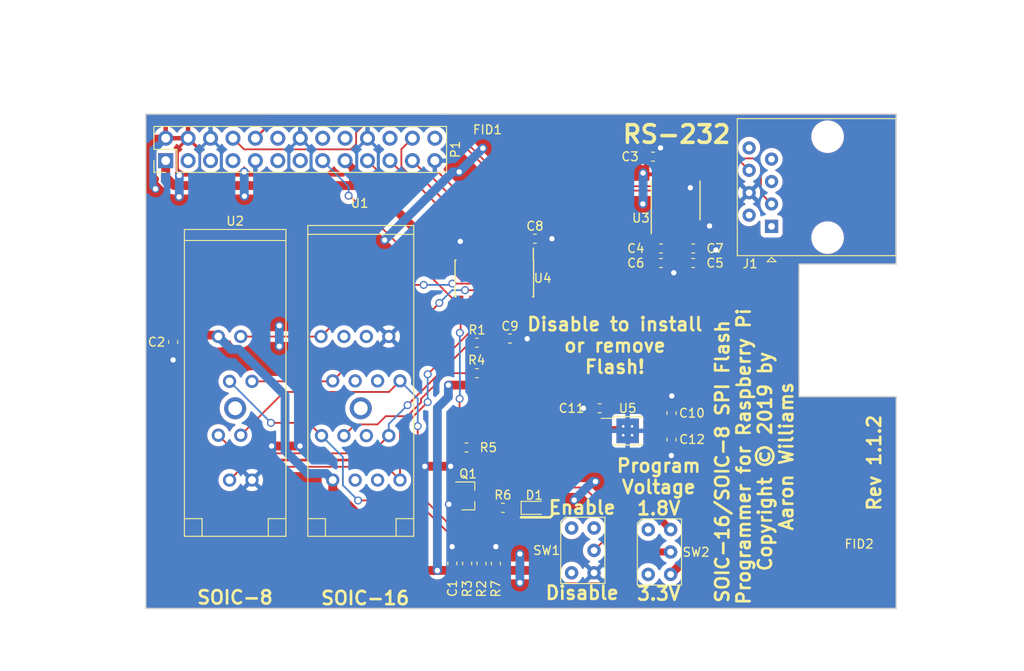
<source format=kicad_pcb>
(kicad_pcb (version 20221018) (generator pcbnew)
  (title_block (title "Raspberry Pi SOIC-16 SPI Flash Programmer") (date "2019-01-25") (rev "1.1.2"))
  (layers (0 "F.Cu" signal) (31 "B.Cu" signal) (35 "F.Paste" user) (36 "B.SilkS" user "B.Silkscreen") (37 "F.SilkS" user "F.Silkscreen") (38 "B.Mask" user) (39 "F.Mask" user) (44 "Edge.Cuts" user))
  (net 0 "")
  (net 1 "+5V")
  (net 2 "GND")
  (net 3 "+3V3")
  (net 4 "/GPIO0(SDA)")
  (net 5 "/GPIO1(SCL)")
  (net 6 "/GPIO4")
  (net 7 "/TXD")
  (net 8 "/RXD")
  (net 9 "/GPIO17")
  (net 10 "/GPIO18")
  (net 11 "/GPIO21")
  (net 12 "/GPIO22")
  (net 13 "/GPIO23")
  (net 14 "/GPIO24")
  (net 15 "/GPIO10(MOSI)")
  (net 16 "/GPIO9(MISO)")
  (net 17 "/GPIO25")
  (net 18 "/GPIO11(SCLK)")
  (net 19 "/GPIO7(CE1)")
  (net 20 "/FL_CS0")
  (net 21 "Net-(R2-Pad2)")
  (net 22 "Net-(R3-Pad2)")
  (net 23 "Net-(R4-Pad2)")
  (net 24 "Net-(U1-Pad4)")
  (net 25 "Net-(U1-Pad5)")
  (net 26 "Net-(U1-Pad6)")
  (net 27 "Net-(U1-Pad11)")
  (net 28 "Net-(U1-Pad12)")
  (net 29 "Net-(U1-Pad13)")
  (net 30 "Net-(U1-Pad14)")
  (net 31 "Net-(C4-Pad1)")
  (net 32 "Net-(C4-Pad2)")
  (net 33 "Net-(C5-Pad2)")
  (net 34 "Net-(C5-Pad1)")
  (net 35 "Net-(C6-Pad1)")
  (net 36 "Net-(C7-Pad1)")
  (net 37 "Net-(J1-Pad1)")
  (net 38 "Net-(J1-Pad2)")
  (net 39 "Net-(J1-Pad3)")
  (net 40 "Net-(J1-Pad5)")
  (net 41 "Net-(J1-Pad6)")
  (net 42 "Net-(J1-Pad7)")
  (net 43 "Net-(J1-Pad8)")
  (net 44 "Net-(U3-Pad7)")
  (net 45 "Net-(U3-Pad9)")
  (net 46 "VPP")
  (net 47 "+1V8")
  (net 48 "/SCLK")
  (net 49 "/MOSI")
  (net 50 "/MISO")
  (net 51 "/GPIO8(CE0)")
  (net 52 "Net-(U4-Pad6)")
  (net 53 "Net-(U4-Pad9)")
  (net 54 "Net-(SW1-Pad1)")
  (net 55 "Net-(D1-Pad1)")
  (net 56 "+3.3VP")
  (net 57 "Net-(U5-Pad3)")
  (net 58 "Net-(U5-Pad6)")
  (net 59 "Net-(Q1-Pad3)")
  (footprint "Connector_PinHeader_2.54mm:PinHeader_2x13_P2.54mm_Vertical" (layer "F.Cu") (at 145.75536 130.27914 90)
    (fp_text reference "P1")
    (fp_text value "CONN_13X2")
  )
  (footprint "Resistor_SMD:R_0603_1608Metric" (layer "F.Cu") (at 179.825 162.775 180)
    (fp_text reference "R5")
    (fp_text value "4.75K")
  )
  (footprint "Package_SO:SOIC-14_3.9x8.7mm_P1.27mm" (layer "F.Cu") (at 182.975 143.625 -90)
    (fp_text reference "U4")
    (fp_text value "TXB0104D")
  )
  (footprint "Capacitor_SMD:C_0603_1608Metric" (layer "F.Cu") (at 187.575 139.125)
    (fp_text reference "C8")
    (fp_text value "0.1uF")
  )
  (footprint "Aaron:SW_STDP_CF-LD-1DC" (layer "F.Cu") (at 193 174.425)
    (fp_text reference "SW1")
    (fp_text value "SW_SPDT")
  )
  (footprint "Aaron:SW_STDP_CF-LD-1DC" (layer "F.Cu") (at 201.675 174.6)
    (fp_text reference "SW2")
    (fp_text value "SW_SPDT")
  )
  (footprint "Capacitor_SMD:C_0603_1608Metric" (layer "F.Cu") (at 203.05 161.875 -90)
    (fp_text reference "C12")
    (fp_text value "4.7uF")
  )
  (footprint "Capacitor_SMD:C_0603_1608Metric" (layer "F.Cu") (at 184.75 150.425)
    (fp_text reference "C9")
    (fp_text value "0.1uF")
  )
  (footprint "Resistor_SMD:R_0603_1608Metric" (layer "F.Cu") (at 183.95 169.6 180)
    (fp_text reference "R6")
    (fp_text value "560")
  )
  (footprint "LED_SMD:LED_0603_1608Metric" (layer "F.Cu") (at 187.5 169.6)
    (fp_text reference "D1")
    (fp_text value "LED")
  )
  (footprint "Capacitor_SMD:C_0603_1608Metric" (layer "F.Cu") (at 203.05 158.875 90)
    (fp_text reference "C10")
    (fp_text value "4.7uF")
  )
  (footprint "Package_SO:MSOP-8-1EP_3x3mm_P0.65mm_EP2.54x2.8mm_ThermalVias" (layer "F.Cu") (at 198.075 160.875)
    (fp_text reference "U5")
    (fp_text value "MIC5355-SGYMME")
  )
  (footprint "Capacitor_SMD:C_0603_1608Metric" (layer "F.Cu") (at 194.9 158.325 180)
    (fp_text reference "C11")
    (fp_text value "4.7uF")
  )
  (footprint "Package_TO_SOT_SMD:SOT-23" (layer "F.Cu") (at 180 168.25)
    (fp_text reference "Q1")
    (fp_text value "BSS138")
  )
  (footprint "Capacitor_SMD:C_0603_1608Metric" (layer "F.Cu") (at 146.6 150.825 -90)
    (fp_text reference "C2")
    (fp_text value "0.1uF")
  )
  (footprint "Aaron:208-7391-55-1902" (layer "F.Cu") (at 153.625 158.325 -90)
    (fp_text reference "U2")
    (fp_text value "AT25SF081-SSHD-X")
  )
  (footprint "Resistor_SMD:R_0603_1608Metric" (layer "F.Cu") (at 181 154.35 180)
    (fp_text reference "R4")
    (fp_text value "4.75K")
  )
  (footprint "Resistor_SMD:R_0603_1608Metric" (layer "F.Cu") (at 179.9 175.9 90)
    (fp_text reference "R3")
    (fp_text value "4.75K")
  )
  (footprint "Aaron:216-7224-55-1902" (layer "F.Cu") (at 167.85 158.325 -90)
    (fp_text reference "U1")
    (fp_text value "MX25L25735")
  )
  (footprint "Resistor_SMD:R_0603_1608Metric" (layer "F.Cu") (at 183.15 175.9 90)
    (fp_text reference "R7")
    (fp_text value "4.75K")
  )
  (footprint "Fiducial:Fiducial_Modern_CopperTop" (layer "F.Cu") (at 186.275 128.6)
    (fp_text reference "FID1")
    (fp_text value "FIDUCIAL_1MM")
  )
  (footprint "Fiducial:Fiducial_Modern_CopperTop" (layer "F.Cu") (at 224.3 177.2)
    (fp_text reference "FID2")
    (fp_text value "FIDUCIAL_1MM")
  )
  (footprint "Capacitor_SMD:C_0603_1608Metric" (layer "F.Cu") (at 178.225 175.9 90)
    (fp_text reference "C1")
    (fp_text value "0.1uF")
  )
  (footprint "Resistor_SMD:R_0603_1608Metric" (layer "F.Cu") (at 181 150.9 180)
    (fp_text reference "R1")
    (fp_text value "4.75K")
  )
  (footprint "Resistor_SMD:R_0603_1608Metric" (layer "F.Cu") (at 181.525 175.9 90)
    (fp_text reference "R2")
    (fp_text value "4.75K")
  )
  (footprint "Package_SO:TSSOP-16_4.4x5mm_P0.65mm" (layer "F.Cu") (at 203.55 134.775 90)
    (fp_text reference "U3")
    (fp_text value "MAX3232")
  )
  (footprint "Connector_RJ:RJ45_Amphenol_54602-x08_Horizontal" (layer "F.Cu") (at 214.375 137.725 90)
    (fp_text reference "J1")
    (fp_text value "RJ45")
  )
  (footprint "Capacitor_SMD:C_0603_1608Metric" (layer "F.Cu") (at 200.95 129.825)
    (fp_text reference "C3")
    (fp_text value "0.1uF")
  )
  (footprint "Capacitor_SMD:C_0603_1608Metric" (layer "F.Cu") (at 201.85 140.225)
    (fp_text reference "C4")
    (fp_text value "0.1uF")
  )
  (footprint "Capacitor_SMD:C_0603_1608Metric" (layer "F.Cu") (at 205.5 141.875)
    (fp_text reference "C5")
    (fp_text value "0.1uF")
  )
  (footprint "Capacitor_SMD:C_0603_1608Metric" (layer "F.Cu") (at 201.85 141.875)
    (fp_text reference "C6")
    (fp_text value "0.1uF")
  )
  (footprint "Capacitor_SMD:C_0603_1608Metric" (layer "F.Cu") (at 205.5 140.225)
    (fp_text reference "C7")
    (fp_text value "0.1uF")
  )
  (gr_line (start 186 170.675) (end 189.3 170.675) (stroke (width 0.3)) (layer "F.SilkS"))
  (gr_line (start 189.3 170.675) (end 189.575 170.4) (stroke (width 0.3)) (layer "F.SilkS"))
  (gr_line (start 143.5 125) (end 143.5 181) (stroke (width 0.15)) (layer "Edge.Cuts"))
  (gr_line (start 217.5 142) (end 228.5 142) (stroke (width 0.15)) (layer "Edge.Cuts"))
  (gr_line (start 228.5 125) (end 143.5 125) (stroke (width 0.15)) (layer "Edge.Cuts"))
  (gr_line (start 228.5 157) (end 217.5 157) (stroke (width 0.15)) (layer "Edge.Cuts"))
  (gr_line (start 228.5 142) (end 228.5 125) (stroke (width 0.15)) (layer "Edge.Cuts"))
  (gr_line (start 228.5 181) (end 228.5 157) (stroke (width 0.15)) (layer "Edge.Cuts"))
  (gr_line (start 143.5 181) (end 228.5 181) (stroke (width 0.15)) (layer "Edge.Cuts"))
  (gr_line (start 217.5 157) (end 217.5 142) (stroke (width 0.15)) (layer "Edge.Cuts"))
  (gr_text "Disable to install\nor remove\nFlash!" (at 196.625 151.225) (layer "F.SilkS") (effects (font (size 1.5 1.5) (thickness 0.3))))
  (gr_text "RS-232" (at 203.625 127.3) (layer "F.SilkS") (effects (font (size 2 2) (thickness 0.4))))
  (gr_text "Program\nVoltage\n1.8V\n\n\n\n3.3V" (at 201.6 172.075) (layer "F.SilkS") (effects (font (size 1.5 1.5) (thickness 0.3))))
  (gr_text "SOIC-16" (at 168.35 179.825) (layer "F.SilkS") (effects (font (size 1.5 1.5) (thickness 0.3))))
  (gr_text "SOIC-16/SOIC-8 SPI Flash \nProgrammer for Raspberry Pi\nCopyright © 2019 by \nAaron Williams" (at 212.425 163.775 90) (layer "F.SilkS") (effects (font (size 1.5 1.5) (thickness 0.3))))
  (gr_text "Enable\n\n\n\nDisable" (at 192.925 174.4) (layer "F.SilkS") (effects (font (size 1.5 1.5) (thickness 0.3))))
  (gr_text "Rev 1.1.2" (at 226 164.5 90) (layer "F.SilkS") (effects (font (size 1.5 1.5) (thickness 0.3))))
  (gr_text "SOIC-8" (at 153.6 179.75) (layer "F.SilkS") (effects (font (size 1.5 1.5) (thickness 0.3))))
  (segment (start 144.305359 127.98706) (end 144.305359 132.080359) (width 0.8) (layer "F.Cu") (net 1))
  (segment (start 147.070359 128.964141) (end 147.070359 131.720359) (width 0.35) (layer "F.Cu") (net 1))
  (segment (start 201.275 131.825) (end 201.275 130.9375) (width 0.4) (layer "F.Cu") (net 1))
  (segment (start 148.29536 127.73914) (end 149.610359 129.054139) (width 0.35) (layer "F.Cu") (net 1))
  (segment (start 149.610359 129.054139) (end 149.625 131.725) (width 0.3) (layer "F.Cu") (net 1))
  (segment (start 144.305359 132.080359) (end 144.6 132.375) (width 0.8) (layer "F.Cu") (net 1))
  (segment (start 145.75536 127.73914) (end 144.553279 127.73914) (width 0.8) (layer "F.Cu") (net 1))
  (segment (start 144.553279 127.73914) (end 144.305359 127.98706) (width 0.8) (layer "F.Cu") (net 1))
  (segment (start 148.29536 127.73914) (end 147.070359 128.964141) (width 0.35) (layer "F.Cu") (net 1))
  (segment (start 201.275 130.9375) (end 200.1625 129.825) (width 0.4) (layer "F.Cu") (net 1))
  (segment (start 147.070359 131.720359) (end 147.3 131.95) (width 0.35) (layer "F.Cu") (net 1))
  (via (at 154.65 131.55) (size 0.9) (drill 0.6) (layers "F.Cu" "B.Cu") (net 1))
  (via (at 170.554063 139.274738) (size 0.9) (drill 0.6) (layers "F.Cu" "B.Cu") (net 1))
  (via (at 185.875 178.075) (size 0.9) (drill 0.6) (layers "F.Cu" "B.Cu") (net 1))
  (via (at 147.275 134.375) (size 0.9) (drill 0.6) (layers "F.Cu" "B.Cu") (net 1))
  (via (at 199.8 135.175) (size 0.9) (drill 0.6) (layers "F.Cu" "B.Cu") (net 1))
  (via (at 147.3 131.95) (size 0.9) (drill 0.6) (layers "F.Cu" "B.Cu") (net 1))
  (via (at 194.425 166.625) (size 0.9) (drill 0.6) (layers "F.Cu" "B.Cu") (net 1))
  (via (at 179 131.55) (size 0.9) (drill 0.6) (layers "F.Cu" "B.Cu") (net 1))
  (via (at 144.6 133.475) (size 0.9) (drill 0.6) (layers "F.Cu" "B.Cu") (net 1))
  (via (at 158.625 151.3) (size 0.9) (drill 0.6) (layers "F.Cu" "B.Cu") (net 1))
  (via (at 192.025 168.725) (size 0.9) (drill 0.6) (layers "F.Cu" "B.Cu") (net 1))
  (via (at 154.675 134.3) (size 0.9) (drill 0.6) (layers "F.Cu" "B.Cu") (net 1))
  (via (at 185.875 174.825) (size 0.9) (drill 0.6) (layers "F.Cu" "B.Cu") (net 1))
  (via (at 158.624998 148.975) (size 0.9) (drill 0.6) (layers "F.Cu" "B.Cu") (net 1))
  (via (at 199.825 131.675) (size 0.9) (drill 0.6) (layers "F.Cu" "B.Cu") (net 1))
  (via (at 181.675 128.875) (size 0.9) (drill 0.6) (layers "F.Cu" "B.Cu") (net 1))
  (segment (start 144.760861 128.589139) (end 144.305359 129.044641) (width 0.8) (layer "B.Cu") (net 1))
  (segment (start 154.65 131.55) (end 154.65 134.275) (width 1) (layer "B.Cu") (net 1))
  (segment (start 154.65 134.275) (end 154.675 134.3) (width 1) (layer "B.Cu") (net 1))
  (segment (start 194.125 166.625) (end 192.025 168.725) (width 1) (layer "B.Cu") (net 1))
  (segment (start 144.305359 133.180359) (end 144.6 133.475) (width 0.8) (layer "B.Cu") (net 1))
  (segment (start 179 131.55) (end 181.675 128.875) (width 1) (layer "B.Cu") (net 1))
  (segment (start 199.825 135.15) (end 199.8 135.175) (width 1) (layer "B.Cu") (net 1))
  (segment (start 144.905361 128.589139) (end 144.760861 128.589139) (width 0.8) (layer "B.Cu") (net 1))
  (segment (start 185.875 174.825) (end 185.875 178.075) (width 1) (layer "B.Cu") (net 1))
  (segment (start 147.3 134.35) (end 147.275 134.375) (width 1) (layer "B.Cu") (net 1))
  (segment (start 158.624998 148.975) (end 158.624998 151.299998) (width 1) (layer "B.Cu") (net 1))
  (segment (start 171.004062 138.824739) (end 170.554063 139.274738) (width 1) (layer "B.Cu") (net 1))
  (segment (start 158.624998 151.299998) (end 158.625 151.3) (width 1) (layer "B.Cu") (net 1))
  (segment (start 144.305359 129.044641) (end 144.305359 133.180359) (width 0.8) (layer "B.Cu") (net 1))
  (segment (start 194.425 166.625) (end 194.125 166.625) (width 1) (layer "B.Cu") (net 1))
  (segment (start 147.3 131.95) (end 147.3 134.35) (width 1) (layer "B.Cu") (net 1))
  (segment (start 145.75536 127.73914) (end 144.905361 128.589139) (width 0.8) (layer "B.Cu") (net 1))
  (segment (start 178.278801 131.55) (end 171.004062 138.824739) (width 1) (layer "B.Cu") (net 1))
  (segment (start 199.825 131.675) (end 199.825 135.15) (width 1) (layer "B.Cu") (net 1))
  (segment (start 179 131.55) (end 178.278801 131.55) (width 1) (layer "B.Cu") (net 1))
  (segment (start 208.075 140.4) (end 208.075 140.4) (width 0.5) (layer "F.Cu") (net 2))
  (segment (start 208.075 140.4) (end 206.4625 140.4) (width 0.5) (layer "F.Cu") (net 2))
  (segment (start 195.675 160.55) (end 194.645 160.55) (width 0.4) (layer "F.Cu") (net 2))
  (segment (start 195.675 160.55) (end 197.75 160.55) (width 0.4) (layer "F.Cu") (net 2))
  (segment (start 197.75 160.55) (end 198.075 160.875) (width 0.4) (layer "F.Cu") (net 2))
  (segment (start 205.175 131.825) (end 205.175 133.35) (width 0.2) (layer "F.Cu") (net 2))
  (segment (start 207.3 137.725) (end 207.35 137.675) (width 0.25) (layer "F.Cu") (net 2))
  (segment (start 205.825 139.7625) (end 206.2875 140.225) (width 0.2) (layer "F.Cu") (net 2))
  (segment (start 205.825 137.725) (end 205.825 139.7625) (width 0.2) (layer "F.Cu") (net 2))
  (segment (start 185.525 150.425) (end 186.675 150.425) (width 1) (layer "F.Cu") (net 2))
  (segment (start 203.05 162.6625) (end 203.05 163.65) (width 0.5) (layer "F.Cu") (net 2))
  (segment (start 202.6 141.875) (end 202.6 142.275) (width 0.2) (layer "F.Cu") (net 2))
  (segment (start 201.925 131.825) (end 201.925 130.05) (width 0.25) (layer "F.Cu") (net 2))
  (segment (start 203.05 156.95) (end 203.075 156.925) (width 0.5) (layer "F.Cu") (net 2))
  (segment (start 186.675 150.425) (end 186.7 150.45) (width 1) (layer "F.Cu") (net 2))
  (segment (start 178.225 174.025) (end 178.2 174) (width 1) (layer "F.Cu") (net 2))
  (segment (start 201.7 129.825) (end 201.7 128.932061) (width 0.25) (layer "F.Cu") (net 2))
  (segment (start 205.9 137.8) (end 205.825 137.725) (width 0.25) (layer "F.Cu") (net 2))
  (segment (start 201.7 128.932061) (end 201.79999 128.832071) (width 0.25) (layer "F.Cu") (net 2))
  (segment (start 179 169.2) (end 177.825 169.2) (width 0.5) (layer "F.Cu") (net 2))
  (segment (start 160.975 162.6) (end 157.75 162.6) (width 1) (layer "F.Cu") (net 2))
  (segment (start 202.6 142.275) (end 203.3 142.975) (width 0.2) (layer "F.Cu") (net 2))
  (segment (start 194.1125 160.0175) (end 194.1125 158.325) (width 0.4) (layer "F.Cu") (net 2))
  (segment (start 188.3625 139.125) (end 189.5 139.125) (width 1) (layer "F.Cu") (net 2))
  (segment (start 194.1125 158.325) (end 193.075 158.325) (width 0.5) (layer "F.Cu") (net 2))
  (segment (start 178.225 175.0875) (end 178.225 174.025) (width 1) (layer "F.Cu") (net 2))
  (segment (start 205.825 137.725) (end 207.3 137.725) (width 0.25) (layer "F.Cu") (net 2))
  (segment (start 183.15 175.1125) (end 183.15 174) (width 1) (layer "F.Cu") (net 2))
  (segment (start 206.4625 140.4) (end 206.2875 140.225) (width 0.5) (layer "F.Cu") (net 2))
  (segment (start 203.05 158.0875) (end 203.05 156.95) (width 0.5) (layer "F.Cu") (net 2))
  (segment (start 201.925 130.05) (end 201.7 129.825) (width 0.25) (layer "F.Cu") (net 2))
  (segment (start 179.165 140.925) (end 179.165 139.465) (width 0.4) (layer "F.Cu") (net 2))
  (segment (start 175.1 164.9) (end 178.025 164.9) (width 1) (layer "F.Cu") (net 2))
  (segment (start 146.6 151.6125) (end 146.6 152.85) (width 1) (layer "F.Cu") (net 2))
  (segment (start 194.645 160.55) (end 194.1125 160.0175) (width 0.4) (layer "F.Cu") (net 2))
  (segment (start 203.05 163.65) (end 203.025 163.675) (width 0.5) (layer "F.Cu") (net 2))
  (segment (start 179.165 139.465) (end 179.125 139.425) (width 0.4) (layer "F.Cu") (net 2))
  (via (at 189.5 139.125) (size 0.9) (drill 0.6) (layers "F.Cu" "B.Cu") (net 2))
  (via (at 203.075 156.925) (size 0.9) (drill 0.6) (layers "F.Cu" "B.Cu") (net 2))
  (via (at 178.2 174) (size 0.9) (drill 0.6) (layers "F.Cu" "B.Cu") (net 2))
  (via (at 178.025 164.9) (size 0.9) (drill 0.6) (layers "F.Cu" "B.Cu") (net 2))
  (via (at 208.075 140.4) (size 0.9) (drill 0.6) (layers "F.Cu" "B.Cu") (net 2))
  (via (at 186.7 150.45) (size 0.9) (drill 0.6) (layers "F.Cu" "B.Cu") (net 2))
  (via (at 183.15 174) (size 0.9) (drill 0.6) (layers "F.Cu" "B.Cu") (net 2))
  (via (at 205.175 133.35) (size 0.9) (drill 0.6) (layers "F.Cu" "B.Cu") (net 2))
  (via (at 146.6 152.85) (size 0.9) (drill 0.6) (layers "F.Cu" "B.Cu") (net 2))
  (via (at 193.075 158.325) (size 0.9) (drill 0.6) (layers "F.Cu" "B.Cu") (net 2))
  (via (at 203.025 163.675) (size 0.9) (drill 0.6) (layers "F.Cu" "B.Cu") (net 2))
  (via (at 179.125 139.425) (size 0.9) (drill 0.6) (layers "F.Cu" "B.Cu") (net 2))
  (via (at 157.75 162.6) (size 0.9) (drill 0.6) (layers "F.Cu" "B.Cu") (net 2))
  (via (at 175.1 164.9) (size 0.9) (drill 0.6) (layers "F.Cu" "B.Cu") (net 2))
  (via (at 160.975 162.6) (size 0.9) (drill 0.6) (layers "F.Cu" "B.Cu") (net 2))
  (via (at 207.35 137.675) (size 0.9) (drill 0.6) (layers "F.Cu" "B.Cu") (net 2))
  (via (at 201.79999 128.832071) (size 0.9) (drill 0.6) (layers "F.Cu" "B.Cu") (net 2))
  (via (at 177.825 169.2) (size 0.9) (drill 0.6) (layers "F.Cu" "B.Cu") (net 2))
  (via (at 203.3 142.975) (size 0.9) (drill 0.6) (layers "F.Cu" "B.Cu") (net 2))
  (segment (start 162.220361 128.964141) (end 162.220361 131.704639) (width 0.35) (layer "B.Cu") (net 2))
  (segment (start 150.83536 127.73914) (end 149.610359 128.964141) (width 0.35) (layer "B.Cu") (net 2))
  (segment (start 152.060361 128.964141) (end 152.060361 131.939639) (width 0.35) (layer "B.Cu") (net 2))
  (segment (start 149.610359 128.964141) (end 149.610359 131.939641) (width 0.3) (layer "B.Cu") (net 2))
  (segment (start 159.7 129.0345) (end 159.7 131.55) (width 0.35) (layer "B.Cu") (net 2))
  (segment (start 167.390359 128.964141) (end 167.390359 131.640359) (width 0.35) (layer "B.Cu") (net 2))
  (segment (start 150.83536 127.73914) (end 152.060361 128.964141) (width 0.35) (layer "B.Cu") (net 2))
  (segment (start 169.840361 128.964141) (end 169.840361 131.615361) (width 0.35) (layer "B.Cu") (net 2))
  (segment (start 168.61536 127.73914) (end 167.390359 128.964141) (width 0.35) (layer "B.Cu") (net 2))
  (segment (start 168.61536 127.73914) (end 169.840361 128.964141) (width 0.35) (layer "B.Cu") (net 2))
  (segment (start 160.99536 127.73914) (end 162.220361 128.964141) (width 0.35) (layer "B.Cu") (net 2))
  (segment (start 160.99536 127.73914) (end 159.7 129.0345) (width 0.35) (layer "B.Cu") (net 2))
  (segment (start 145.75536 132.12914) (end 146.726222 133.100002) (width 1) (layer "F.Cu") (net 3))
  (segment (start 186.015488 143.405488) (end 186.035 143.425) (width 1) (layer "F.Cu") (net 3))
  (segment (start 179.382492 143.405488) (end 186.015488 143.405488) (width 1) (layer "F.Cu") (net 3))
  (segment (start 146.726222 133.100002) (end 166.95 133.100002) (width 1) (layer "F.Cu") (net 3))
  (segment (start 166.95 133.100002) (end 169.077006 133.100002) (width 1) (layer "F.Cu") (net 3))
  (segment (start 186.785 140.925) (end 186.785 139.1275) (width 1) (layer "F.Cu") (net 3))
  (segment (start 186.035 143.425) (end 187.525 143.425) (width 1) (layer "F.Cu") (net 3))
  (segment (start 169.077006 133.100002) (end 179.382492 143.405488) (width 1) (layer "F.Cu") (net 3))
  (segment (start 189.25 145.15) (end 189.25 154.1375) (width 1) (layer "F.Cu") (net 3))
  (segment (start 166.925359 133.075361) (end 166.95 133.100002) (width 0.8) (layer "F.Cu") (net 3))
  (segment (start 189.25 154.1375) (end 180.6125 162.775) (width 1) (layer "F.Cu") (net 3))
  (segment (start 166.925359 131.129139) (end 166.925359 133.075361) (width 0.8) (layer "F.Cu") (net 3))
  (segment (start 186.035 143.425) (end 186.785 142.675) (width 1) (layer "F.Cu") (net 3))
  (segment (start 186.785 139.1275) (end 186.7875 139.125) (width 1) (layer "F.Cu") (net 3))
  (segment (start 145.75536 130.27914) (end 145.75536 132.12914) (width 1) (layer "F.Cu") (net 3))
  (segment (start 166.07536 130.27914) (end 166.925359 131.129139) (width 0.8) (layer "F.Cu") (net 3))
  (segment (start 186.785 142.675) (end 186.785 140.925) (width 1) (layer "F.Cu") (net 3))
  (segment (start 187.525 143.425) (end 189.25 145.15) (width 1) (layer "F.Cu") (net 3))
  (segment (start 168.05 126.375) (end 177.3 126.375) (width 0.2) (layer "F.Cu") (net 7))
  (segment (start 154.63622 129) (end 166.725 129) (width 0.2) (layer "F.Cu") (net 7))
  (segment (start 204.525 132.775) (end 204.525 131.825) (width 0.2) (layer "F.Cu") (net 7))
  (segment (start 203.625 133.675) (end 204.525 132.775) (width 0.2) (layer "F.Cu") (net 7))
  (segment (start 177.3 126.375) (end 184.6 133.675) (width 0.2) (layer "F.Cu") (net 7))
  (segment (start 184.6 133.675) (end 203.625 133.675) (width 0.2) (layer "F.Cu") (net 7))
  (segment (start 166.725 129) (end 167.325 128.4) (width 0.2) (layer "F.Cu") (net 7))
  (segment (start 153.37536 127.73914) (end 154.63622 129) (width 0.2) (layer "F.Cu") (net 7))
  (segment (start 167.325 128.4) (end 167.325 127.1) (width 0.2) (layer "F.Cu") (net 7))
  (segment (start 167.325 127.1) (end 168.05 126.375) (width 0.2) (layer "F.Cu") (net 7))
  (segment (start 156.765359 126.889141) (end 155.91536 127.73914) (width 0.25) (layer "F.Cu") (net 8))
  (segment (start 203.875 132.775) (end 203.475011 133.174989) (width 0.2) (layer "F.Cu") (net 8))
  (segment (start 184.7614 133.174989) (end 178.300011 126.7136) (width 0.2) (layer "F.Cu") (net 8))
  (segment (start 203.875 131.825) (end 203.875 132.775) (width 0.2) (layer "F.Cu") (net 8))
  (segment (start 157.804511 125.849989) (end 156.765359 126.889141) (width 0.25) (layer "F.Cu") (net 8))
  (segment (start 177.4364 125.849989) (end 157.804511 125.849989) (width 0.25) (layer "F.Cu") (net 8))
  (segment (start 178.300011 126.7136) (end 177.4364 125.849989) (width 0.25) (layer "F.Cu") (net 8))
  (segment (start 203.475011 133.174989) (end 184.7614 133.174989) (width 0.2) (layer "F.Cu") (net 8))
  (segment (start 196.6 170.75) (end 193.15 167.3) (width 0.2) (layer "F.Cu") (net 12))
  (segment (start 199.175 166.05) (end 199.2 166.05) (width 0.2) (layer "F.Cu") (net 12))
  (segment (start 199.2 166.05) (end 200.475 164.775) (width 0.2) (layer "F.Cu") (net 12))
  (segment (start 179.165 146.325) (end 179.165 149.678184) (width 0.2) (layer "F.Cu") (net 12))
  (segment (start 196.6 168.65) (end 196.6 170.75) (width 0.2) (layer "F.Cu") (net 12))
  (segment (start 195.675 162.55) (end 199.175 166.05) (width 0.2) (layer "F.Cu") (net 12))
  (segment (start 179.0375 162.775) (end 179.0375 157.262502) (width 0.2) (layer "F.Cu") (net 12))
  (segment (start 196.6 170.75) (end 196.6 172.095) (width 0.2) (layer "F.Cu") (net 12))
  (segment (start 179.15 149.693184) (end 179.071592 149.771592) (width 0.2) (layer "F.Cu") (net 12))
  (segment (start 196.6 172.095) (end 194.27 174.425) (width 0.2) (layer "F.Cu") (net 12))
  (segment (start 200.475 164.775) (end 200.475 162.55) (width 0.2) (layer "F.Cu") (net 12))
  (segment (start 200.475 162.55) (end 200.475 161.85) (width 0.2) (layer "F.Cu") (net 12))
  (segment (start 178.665 146.325) (end 166.590012 134.250012) (width 0.2) (layer "F.Cu") (net 12))
  (segment (start 179.95 167.3) (end 179 167.3) (width 0.2) (layer "F.Cu") (net 12))
  (segment (start 193.15 167.3) (end 179.95 167.3) (width 0.2) (layer "F.Cu") (net 12))
  (segment (start 179 162.8125) (end 179.0375 162.775) (width 0.2) (layer "F.Cu") (net 12))
  (segment (start 179.165 146.325) (end 178.665 146.325) (width 0.2) (layer "F.Cu") (net 12))
  (segment (start 179 167.3) (end 179 162.8125) (width 0.2) (layer "F.Cu") (net 12))
  (segment (start 179.165 149.678184) (end 179.15 149.693184) (width 0.2) (layer "F.Cu") (net 12))
  (segment (start 199.2 166.05) (end 196.6 168.65) (width 0.2) (layer "F.Cu") (net 12))
  (segment (start 195.675 161.85) (end 195.675 162.55) (width 0.2) (layer "F.Cu") (net 12))
  (segment (start 166.590012 134.250012) (end 166.475 134.250012) (width 0.2) (layer "F.Cu") (net 12))
  (segment (start 179.0375 157.262502) (end 179.050002 157.25) (width 0.2) (layer "F.Cu") (net 12))
  (via (at 166.475 134.250012) (size 0.9) (drill 0.6) (layers "F.Cu" "B.Cu") (net 12))
  (via (at 179.050002 157.25) (size 0.9) (drill 0.6) (layers "F.Cu" "B.Cu") (net 12))
  (via (at 179.071592 149.771592) (size 0.9) (drill 0.6) (layers "F.Cu" "B.Cu") (net 12))
  (segment (start 179.071592 157.22841) (end 179.050002 157.25) (width 0.2) (layer "B.Cu") (net 12))
  (segment (start 163.53536 130.27914) (end 166.475 133.21878) (width 0.2) (layer "B.Cu") (net 12))
  (segment (start 166.475 133.613616) (end 166.475 134.250012) (width 0.2) (layer "B.Cu") (net 12))
  (segment (start 166.475 133.21878) (end 166.475 133.613616) (width 0.2) (layer "B.Cu") (net 12))
  (segment (start 179.071592 149.771592) (end 179.071592 157.22841) (width 0.2) (layer "B.Cu") (net 12))
  (segment (start 174.08 132.85) (end 171.18622 132.85) (width 0.2) (layer "F.Cu") (net 15))
  (segment (start 181.705 140.475) (end 174.08 132.85) (width 0.2) (layer "F.Cu") (net 15))
  (segment (start 171.18622 132.85) (end 168.61536 130.27914) (width 0.2) (layer "F.Cu") (net 15))
  (segment (start 181.705 140.925) (end 181.705 140.475) (width 0.2) (layer "F.Cu") (net 15))
  (segment (start 172.005359 131.129139) (end 171.15536 130.27914) (width 0.2) (layer "F.Cu") (net 16))
  (segment (start 173.301242 132.425022) (end 172.005359 131.129139) (width 0.2) (layer "F.Cu") (net 16))
  (segment (start 182.975 140.925) (end 182.975 140.475) (width 0.2) (layer "F.Cu") (net 16))
  (segment (start 182.975 140.475) (end 174.925022 132.425022) (width 0.2) (layer "F.Cu") (net 16))
  (segment (start 174.925022 132.425022) (end 173.301242 132.425022) (width 0.2) (layer "F.Cu") (net 16))
  (segment (start 174.545359 131.129139) (end 173.69536 130.27914) (width 0.2) (layer "F.Cu") (net 18))
  (segment (start 185.515 140.925) (end 185.515 140.475) (width 0.2) (layer "F.Cu") (net 18))
  (segment (start 175.04122 131.625) (end 174.545359 131.129139) (width 0.2) (layer "F.Cu") (net 18))
  (segment (start 176.665 131.625) (end 175.04122 131.625) (width 0.2) (layer "F.Cu") (net 18))
  (segment (start 185.515 140.475) (end 176.665 131.625) (width 0.2) (layer "F.Cu") (net 18))
  (segment (start 184.245 147.275) (end 184.25 147.28) (width 0.2) (layer "F.Cu") (net 20))
  (segment (start 180.2125 150.9) (end 173.654662 157.457838) (width 0.2) (layer "F.Cu") (net 20))
  (segment (start 184.25 147.28) (end 184.25 148.25) (width 0.2) (layer "F.Cu") (net 20))
  (segment (start 184.245 146.325) (end 184.245 147.275) (width 0.2) (layer "F.Cu") (net 20))
  (segment (start 173.654662 157.457838) (end 173.654662 157.470338) (width 0.2) (layer "F.Cu") (net 20))
  (segment (start 182.8 149.7) (end 181.4125 149.7) (width 0.2) (layer "F.Cu") (net 20))
  (segment (start 181.4125 149.7) (end 180.2125 150.9) (width 0.2) (layer "F.Cu") (net 20))
  (segment (start 184.25 148.25) (end 182.8 149.7) (width 0.2) (layer "F.Cu") (net 20))
  (segment (start 169.02 163.43) (end 153.775 163.43) (width 0.2) (layer "F.Cu") (net 20))
  (segment (start 173.654662 157.470338) (end 173.15 157.975) (width 0.2) (layer "F.Cu") (net 20))
  (segment (start 171.025 161.425) (end 169.02 163.43) (width 0.2) (layer "F.Cu") (net 20))
  (segment (start 151.72 161.375) (end 153.775 163.43) (width 0.2) (layer "F.Cu") (net 20))
  (via (at 173.15 157.975) (size 0.9) (drill 0.6) (layers "F.Cu" "B.Cu") (net 20))
  (segment (start 173.15 157.975) (end 171.025 160.1) (width 0.2) (layer "B.Cu") (net 20))
  (segment (start 171.025 160.1) (end 171.025 161.425) (width 0.2) (layer "B.Cu") (net 20))
  (segment (start 171.045 156.475) (end 171.545001 155.974999) (width 0.2) (layer "F.Cu") (net 21))
  (segment (start 174.3 167.8875) (end 174.3 160.986396) (width 0.2) (layer "F.Cu") (net 21))
  (segment (start 154.26 161.375) (end 159.16 156.475) (width 0.2) (layer "F.Cu") (net 21))
  (segment (start 181.525 175.1125) (end 174.3 167.8875) (width 0.2) (layer "F.Cu") (net 21))
  (segment (start 171.545001 155.974999) (end 172.295 155.225) (width 0.2) (layer "F.Cu") (net 21))
  (segment (start 159.16 156.475) (end 171.045 156.475) (width 0.2) (layer "F.Cu") (net 21))
  (segment (start 174.3 160.986396) (end 174.3 160.35) (width 0.2) (layer "F.Cu") (net 21))
  (via (at 174.3 160.35) (size 0.9) (drill 0.6) (layers "F.Cu" "B.Cu") (net 21))
  (segment (start 172.295 155.225) (end 174.3 157.23) (width 0.2) (layer "B.Cu") (net 21))
  (segment (start 174.3 157.23) (end 174.3 159.713604) (width 0.2) (layer "B.Cu") (net 21))
  (segment (start 174.3 159.713604) (end 174.3 160.35) (width 0.2) (layer "B.Cu") (net 21))
  (segment (start 179.9 174.568614) (end 174.096201 168.764815) (width 0.2) (layer "F.Cu") (net 22))
  (segment (start 179.9 175.1125) (end 179.9 174.568614) (width 0.2) (layer "F.Cu") (net 22))
  (segment (start 157.675 159.975) (end 161.955 159.975) (width 0.2) (layer "F.Cu") (net 22))
  (segment (start 161.955 159.975) (end 163.405 161.425) (width 0.2) (layer "F.Cu") (net 22))
  (segment (start 174.096201 168.764815) (end 168.186912 168.764815) (width 0.2) (layer "F.Cu") (net 22))
  (segment (start 168.186912 168.764815) (end 167.550516 168.764815) (width 0.2) (layer "F.Cu") (net 22))
  (via (at 167.550516 168.764815) (size 0.9) (drill 0.6) (layers "F.Cu" "B.Cu") (net 22))
  (via (at 157.675 159.975) (size 0.9) (drill 0.6) (layers "F.Cu" "B.Cu") (net 22))
  (segment (start 157.675 159.96) (end 157.675 159.975) (width 0.2) (layer "B.Cu") (net 22))
  (segment (start 165.825 163.845) (end 165.825 167.039299) (width 0.2) (layer "B.Cu") (net 22))
  (segment (start 165.825 167.039299) (end 167.100517 168.314816) (width 0.2) (layer "B.Cu") (net 22))
  (segment (start 152.99 155.275) (end 157.675 159.96) (width 0.2) (layer "B.Cu") (net 22))
  (segment (start 167.100517 168.314816) (end 167.550516 168.764815) (width 0.2) (layer "B.Cu") (net 22))
  (segment (start 163.405 161.425) (end 165.825 163.845) (width 0.2) (layer "B.Cu") (net 22))
  (segment (start 174.674998 157.658699) (end 173.111396 159.222301) (width 0.2) (layer "F.Cu") (net 23))
  (segment (start 170.677699 159.222301) (end 169.746268 160.153732) (width 0.2) (layer "F.Cu") (net 23))
  (segment (start 177.589996 154.35) (end 174.674998 157.264998) (width 0.2) (layer "F.Cu") (net 23))
  (segment (start 174.674998 157.264998) (end 174.674998 157.658699) (width 0.2) (layer "F.Cu") (net 23))
  (segment (start 173.111396 159.222301) (end 170.677699 159.222301) (width 0.2) (layer "F.Cu") (net 23))
  (segment (start 169.746268 160.153732) (end 167.216268 160.153732) (width 0.2) (layer "F.Cu") (net 23))
  (segment (start 167.216268 160.153732) (end 165.945 161.425) (width 0.2) (layer "F.Cu") (net 23))
  (segment (start 180.2125 154.35) (end 179.675 154.35) (width 0.2) (layer "F.Cu") (net 23))
  (segment (start 179.675 154.35) (end 179.65 154.375) (width 0.2) (layer "F.Cu") (net 23))
  (segment (start 180.2125 154.35) (end 177.589996 154.35) (width 0.2) (layer "F.Cu") (net 23))
  (segment (start 167.299999 166.824999) (end 166.85 166.375) (width 0.2) (layer "F.Cu") (net 24))
  (segment (start 201.1 137.9) (end 201.275 137.725) (width 0.25) (layer "F.Cu") (net 31))
  (segment (start 201.1 140.225) (end 201.1 137.9) (width 0.25) (layer "F.Cu") (net 31))
  (segment (start 202.6 140.225) (end 202.6 137.75) (width 0.25) (layer "F.Cu") (net 32))
  (segment (start 202.6 137.75) (end 202.575 137.725) (width 0.25) (layer "F.Cu") (net 32))
  (segment (start 203.950011 138.750011) (end 203.950011 140.671151) (width 0.2) (layer "F.Cu") (net 33))
  (segment (start 203.875 138.675) (end 203.950011 138.750011) (width 0.2) (layer "F.Cu") (net 33))
  (segment (start 203.875 137.725) (end 203.875 138.675) (width 0.2) (layer "F.Cu") (net 33))
  (segment (start 206.25 141.875) (end 206.225 141.875) (width 0.2) (layer "F.Cu") (net 33))
  (segment (start 205.825888 141.413388) (end 206.2875 141.875) (width 0.2) (layer "F.Cu") (net 33))
  (segment (start 204.37885 141.09999) (end 205.51249 141.09999) (width 0.2) (layer "F.Cu") (net 33))
  (segment (start 203.950011 140.671151) (end 204.37885 141.09999) (width 0.2) (layer "F.Cu") (net 33))
  (segment (start 205.51249 141.09999) (end 205.825888 141.413388) (width 0.2) (layer "F.Cu") (net 33))
  (segment (start 204.175 141.875) (end 203.55 141.25) (width 0.2) (layer "F.Cu") (net 34))
  (segment (start 203.225 138.675) (end 203.225 137.725) (width 0.2) (layer "F.Cu") (net 34))
  (segment (start 203.55 141.25) (end 203.55 139) (width 0.2) (layer "F.Cu") (net 34))
  (segment (start 204.6 141.875) (end 204.575 141.875) (width 0.2) (layer "F.Cu") (net 34))
  (segment (start 204.7125 141.875) (end 204.175 141.875) (width 0.2) (layer "F.Cu") (net 34))
  (segment (start 203.55 139) (end 203.225 138.675) (width 0.2) (layer "F.Cu") (net 34))
  (segment (start 201.825001 141.174999) (end 201.125 141.875) (width 0.25) (layer "F.Cu") (net 35))
  (segment (start 201.925 137.725) (end 201.925 138.725) (width 0.25) (layer "F.Cu") (net 35))
  (segment (start 201.825001 138.824999) (end 201.825001 141.174999) (width 0.25) (layer "F.Cu") (net 35))
  (segment (start 201.125 141.875) (end 201.1 141.875) (width 0.25) (layer "F.Cu") (net 35))
  (segment (start 201.925 138.725) (end 201.825001 138.824999) (width 0.25) (layer "F.Cu") (net 35))
  (segment (start 204.525 139.4625) (end 204.525 138.675) (width 0.2) (layer "F.Cu") (net 36))
  (segment (start 204.55 137.75) (end 204.525 137.725) (width 0.2) (layer "F.Cu") (net 36))
  (segment (start 204.7125 139.65) (end 204.525 139.4625) (width 0.2) (layer "F.Cu") (net 36))
  (segment (start 204.525 138.675) (end 204.525 137.725) (width 0.2) (layer "F.Cu") (net 36))
  (segment (start 204.7125 140.225) (end 204.7125 139.65) (width 0.2) (layer "F.Cu") (net 36))
  (segment (start 203.425 130.025) (end 202.575 130.875) (width 0.2) (layer "F.Cu") (net 39))
  (segment (start 214.375 135.185) (end 213.175 133.985) (width 0.2) (layer "F.Cu") (net 39))
  (segment (start 213.175 133.985) (end 213.175 130.725) (width 0.2) (layer "F.Cu") (net 39))
  (segment (start 212.475 130.025) (end 203.425 130.025) (width 0.2) (layer "F.Cu") (net 39))
  (segment (start 213.175 130.725) (end 212.475 130.025) (width 0.2) (layer "F.Cu") (net 39))
  (segment (start 202.575 130.875) (end 202.575 131.825) (width 0.2) (layer "F.Cu") (net 39))
  (segment (start 203.225 131.825) (end 203.225 130.875) (width 0.2) (layer "F.Cu") (net 41))
  (segment (start 211.085001 130.625001) (end 211.835 131.375) (width 0.2) (layer "F.Cu") (net 41))
  (segment (start 203.674989 130.425011) (end 210.885011 130.425011) (width 0.2) (layer "F.Cu") (net 41))
  (segment (start 203.225 130.875) (end 203.674989 130.425011) (width 0.2) (layer "F.Cu") (net 41))
  (segment (start 210.885011 130.425011) (end 211.085001 130.625001) (width 0.2) (layer "F.Cu") (net 41))
  (segment (start 177.8375 155.7625) (end 177.775 155.7) (width 1) (layer "F.Cu") (net 46))
  (segment (start 186.785 146.325) (end 186.785 147.365002) (width 1) (layer "F.Cu") (net 46))
  (segment (start 183.15 176.6875) (end 181.525 176.6875) (width 1) (layer "F.Cu") (net 46))
  (segment (start 181.7875 150.9) (end 181.7875 152.7) (width 1) (layer "F.Cu") (net 46))
  (segment (start 188.85001 176.75001) (end 188.7875 176.6875) (width 1) (layer "F.Cu") (net 46))
  (segment (start 164.675 167.51566) (end 173.84684 176.6875) (width 1) (layer "F.Cu") (net 46))
  (segment (start 176.5375 176.6875) (end 176.525 176.7) (width 1) (layer "F.Cu") (net 46))
  (segment (start 173.84684 176.6875) (end 176.5375 176.6875) (width 1) (layer "F.Cu") (net 46))
  (segment (start 179.9 176.6875) (end 176.5375 176.6875) (width 1) (layer "F.Cu") (net 46))
  (segment (start 190.55 178.45) (end 195.95 178.45) (width 0.8) (layer "F.Cu") (net 46))
  (segment (start 177.775 155.7) (end 181.0125 155.7) (width 1) (layer "F.Cu") (net 46))
  (segment (start 181.7875 154.925) (end 181.7875 154.35) (width 1) (layer "F.Cu") (net 46))
  (segment (start 181.525 176.6875) (end 179.9 176.6875) (width 1) (layer "F.Cu") (net 46))
  (segment (start 188.85001 176.75001) (end 190.55 178.45) (width 0.8) (layer "F.Cu") (net 46))
  (segment (start 164.675 166.455) (end 164.675 167.51566) (width 1) (layer "F.Cu") (net 46))
  (segment (start 181.0125 155.7) (end 181.7875 154.925) (width 1) (layer "F.Cu") (net 46))
  (segment (start 181.7875 152.7) (end 181.7875 154.35) (width 1) (layer "F.Cu") (net 46))
  (segment (start 186.785 147.365002) (end 183.250002 150.9) (width 1) (layer "F.Cu") (net 46))
  (segment (start 151.5625 150.0375) (end 151.72 150.195) (width 1) (layer "F.Cu") (net 46))
  (segment (start 199.8 174.6) (end 202.945 174.6) (width 0.8) (layer "F.Cu") (net 46))
  (segment (start 182.325 150.9) (end 181.7875 150.9) (width 1) (layer "F.Cu") (net 46))
  (segment (start 146.6 150.0375) (end 151.5625 150.0375) (width 1) (layer "F.Cu") (net 46))
  (segment (start 183.250002 150.9) (end 182.325 150.9) (width 1) (layer "F.Cu") (net 46))
  (segment (start 195.95 178.45) (end 199.8 174.6) (width 0.8) (layer "F.Cu") (net 46))
  (segment (start 188.7875 176.6875) (end 183.15 176.6875) (width 1) (layer "F.Cu") (net 46))
  (segment (start 175.888604 176.7) (end 176.525 176.7) (width 1) (layer "F.Cu") (net 46))
  (via (at 176.525 176.7) (size 0.9) (drill 0.6) (layers "F.Cu" "B.Cu") (net 46))
  (via (at 177.775 155.7) (size 0.9) (drill 0.6) (layers "F.Cu" "B.Cu") (net 46))
  (segment (start 164.675 166.455) (end 163.925001 165.705001) (width 1) (layer "B.Cu") (net 46))
  (segment (start 153.170001 151.645001) (end 152.469999 150.944999) (width 1) (layer "B.Cu") (net 46))
  (segment (start 154.046003 151.645001) (end 153.170001 151.645001) (width 1) (layer "B.Cu") (net 46))
  (segment (start 163.925001 165.705001) (end 161.845001 165.705001) (width 1) (layer "B.Cu") (net 46))
  (segment (start 176.525 158.277002) (end 176.525 176.063604) (width 1) (layer "B.Cu") (net 46))
  (segment (start 161.845001 165.705001) (end 159.275 163.135) (width 1) (layer "B.Cu") (net 46))
  (segment (start 177.775 155.7) (end 177.775 157.027002) (width 1) (layer "B.Cu") (net 46))
  (segment (start 177.775 157.027002) (end 176.525 158.277002) (width 1) (layer "B.Cu") (net 46))
  (segment (start 152.469999 150.944999) (end 151.72 150.195) (width 1) (layer "B.Cu") (net 46))
  (segment (start 159.275 163.135) (end 159.275 156.873998) (width 1) (layer "B.Cu") (net 46))
  (segment (start 159.275 156.873998) (end 154.046003 151.645001) (width 1) (layer "B.Cu") (net 46))
  (segment (start 176.525 176.063604) (end 176.525 176.7) (width 1) (layer "B.Cu") (net 46))
  (segment (start 200.475 160.55) (end 201.505 160.55) (width 0.4) (layer "F.Cu") (net 47))
  (segment (start 202.025 161.07) (end 201.975 161.12) (width 0.8) (layer "F.Cu") (net 47))
  (segment (start 201.975 171.09) (end 202.183001 171.298001) (width 0.8) (layer "F.Cu") (net 47))
  (segment (start 201.975 161.12) (end 201.975 171.09) (width 0.8) (layer "F.Cu") (net 47))
  (segment (start 203.05 161.0875) (end 202.475 161.0875) (width 0.8) (layer "F.Cu") (net 47))
  (segment (start 202.183001 171.298001) (end 202.945 172.06) (width 0.8) (layer "F.Cu") (net 47))
  (segment (start 202.4575 161.07) (end 202.025 161.07) (width 0.8) (layer "F.Cu") (net 47))
  (segment (start 202.475 161.0875) (end 202.4575 161.07) (width 0.8) (layer "F.Cu") (net 47))
  (segment (start 201.505 160.55) (end 202.025 161.07) (width 0.4) (layer "F.Cu") (net 47))
  (segment (start 169.195 144.35) (end 174.975 144.35) (width 0.2) (layer "F.Cu") (net 48))
  (segment (start 185.515 145.875) (end 183.845491 144.205491) (width 0.2) (layer "F.Cu") (net 48))
  (segment (start 185.515 146.325) (end 185.515 145.875) (width 0.2) (layer "F.Cu") (net 48))
  (segment (start 163.35 150.195) (end 163.345 150.2) (width 0.2) (layer "F.Cu") (net 48))
  (segment (start 163.35 150.195) (end 169.195 144.35) (width 0.2) (layer "F.Cu") (net 48))
  (segment (start 183.845491 144.205491) (end 178.861396 144.205491) (width 0.2) (layer "F.Cu") (net 48))
  (segment (start 163.345 150.2) (end 154.265 150.2) (width 0.2) (layer "F.Cu") (net 48))
  (segment (start 178.861396 144.205491) (end 178.225 144.205491) (width 0.2) (layer "F.Cu") (net 48))
  (segment (start 154.265 150.2) (end 154.26 150.195) (width 0.2) (layer "F.Cu") (net 48))
  (via (at 178.225 144.205491) (size 0.9) (drill 0.6) (layers "F.Cu" "B.Cu") (net 48))
  (via (at 174.975 144.35) (size 0.9) (drill 0.6) (layers "F.Cu" "B.Cu") (net 48))
  (segment (start 174.975 144.35) (end 178.080491 144.35) (width 0.2) (layer "B.Cu") (net 48))
  (segment (start 178.080491 144.35) (end 178.225 144.205491) (width 0.2) (layer "B.Cu") (net 48))
  (segment (start 164.675 155.225) (end 167.575 152.325) (width 0.2) (layer "F.Cu") (net 49))
  (segment (start 170.824998 152.325) (end 176.300001 146.849997) (width 0.2) (layer "F.Cu") (net 49))
  (segment (start 182.975 145.875) (end 182.055501 144.955501) (width 0.2) (layer "F.Cu") (net 49))
  (segment (start 164.625 155.275) (end 164.675 155.225) (width 0.2) (layer "F.Cu") (net 49))
  (segment (start 182.975 146.325) (end 182.975 145.875) (width 0.2) (layer "F.Cu") (net 49))
  (segment (start 155.53 155.275) (end 164.625 155.275) (width 0.2) (layer "F.Cu") (net 49))
  (segment (start 182.055501 144.955501) (end 179.661782 144.955501) (width 0.2) (layer "F.Cu") (net 49))
  (segment (start 167.575 152.325) (end 170.824998 152.325) (width 0.2) (layer "F.Cu") (net 49))
  (segment (start 176.300001 146.849997) (end 176.75 146.399998) (width 0.2) (layer "F.Cu") (net 49))
  (via (at 176.75 146.399998) (size 0.9) (drill 0.6) (layers "F.Cu" "B.Cu") (net 49))
  (via (at 179.661782 144.955501) (size 0.9) (drill 0.6) (layers "F.Cu" "B.Cu") (net 49))
  (segment (start 179.661782 144.955501) (end 178.194497 144.955501) (width 0.2) (layer "B.Cu") (net 49))
  (segment (start 177.199999 145.949999) (end 176.75 146.399998) (width 0.2) (layer "B.Cu") (net 49))
  (segment (start 178.194497 144.955501) (end 177.199999 145.949999) (width 0.2) (layer "B.Cu") (net 49))
  (segment (start 181.705 146.325) (end 181.705 148.19886) (width 0.2) (layer "F.Cu") (net 50))
  (segment (start 153.739999 165.705001) (end 152.99 166.455) (width 0.2) (layer "F.Cu") (net 50))
  (segment (start 170.79 164.95) (end 154.495 164.95) (width 0.2) (layer "F.Cu") (net 50))
  (segment (start 172.295 166.455) (end 172.295 160.755) (width 0.2) (layer "F.Cu") (net 50))
  (segment (start 154.495 164.95) (end 153.739999 165.705001) (width 0.2) (layer "F.Cu") (net 50))
  (segment (start 172.295 166.455) (end 170.79 164.95) (width 0.2) (layer "F.Cu") (net 50))
  (segment (start 181.705 148.19886) (end 175.42886 154.475) (width 0.2) (layer "F.Cu") (net 50))
  (segment (start 172.295 160.755) (end 175.425 157.625) (width 0.2) (layer "F.Cu") (net 50))
  (via (at 175.42886 154.475) (size 0.9) (drill 0.6) (layers "F.Cu" "B.Cu") (net 50))
  (via (at 175.425 157.625) (size 0.9) (drill 0.6) (layers "F.Cu" "B.Cu") (net 50))
  (segment (start 175.425 157.625) (end 175.425 154.47886) (width 0.2) (layer "B.Cu") (net 50))
  (segment (start 175.425 154.47886) (end 175.42886 154.475) (width 0.2) (layer "B.Cu") (net 50))
  (segment (start 172.45 128.9845) (end 172.845361 128.589139) (width 0.2) (layer "F.Cu") (net 51))
  (segment (start 173.525011 132.025011) (end 172.45 130.95) (width 0.2) (layer "F.Cu") (net 51))
  (segment (start 184.245 140.925) (end 184.245 140.475) (width 0.2) (layer "F.Cu") (net 51))
  (segment (start 172.45 130.95) (end 172.45 128.9845) (width 0.2) (layer "F.Cu") (net 51))
  (segment (start 175.795011 132.025011) (end 173.525011 132.025011) (width 0.2) (layer "F.Cu") (net 51))
  (segment (start 172.845361 128.589139) (end 173.69536 127.73914) (width 0.2) (layer "F.Cu") (net 51))
  (segment (start 184.245 140.475) (end 175.795011 132.025011) (width 0.2) (layer "F.Cu") (net 51))
  (segment (start 186.7125 169.6) (end 184.7375 169.6) (width 0.5) (layer "F.Cu") (net 55))
  (segment (start 203.625 159.6625) (end 203.05 159.6625) (width 1) (layer "F.Cu") (net 56))
  (segment (start 205 175.085) (end 205 161.0375) (width 1) (layer "F.Cu") (net 56))
  (segment (start 202.945 177.14) (end 205 175.085) (width 1) (layer "F.Cu") (net 56))
  (segment (start 205 161.0375) (end 203.625 159.6625) (width 1) (layer "F.Cu") (net 56))
  (segment (start 201.174112 159.200888) (end 200.57501 159.79999) (width 0.7) (layer "F.Cu") (net 56))
  (segment (start 202.588388 159.200888) (end 201.174112 159.200888) (width 0.7) (layer "F.Cu") (net 56))
  (segment (start 203.05 159.6625) (end 202.588388 159.200888) (width 0.7) (layer "F.Cu") (net 56))
  (segment (start 182.35 169.6) (end 181 168.25) (width 0.5) (layer "F.Cu") (net 59))
  (segment (start 183.1625 169.6) (end 182.35 169.6) (width 0.5) (layer "F.Cu") (net 59))
  (zone (net 1) (net_name "+5V") (layer "F.Cu") (connect_pads (clearance 0.508)) (min_thickness 0.254) (fill yes (thermal_gap 0.508) (thermal_bridge_width 0.508))
    (polygon (pts (xy 143.5 125) (xy 228.5 125) (xy 228.5 181) (xy 143.525 181)))
  )
  (zone (net 2) (net_name "GND") (layer "B.Cu") (connect_pads (clearance 0.508)) (min_thickness 0.254) (fill yes (thermal_gap 0.508) (thermal_bridge_width 0.508))
    (polygon (pts (xy 143.55 125.05) (xy 228.5 125.05) (xy 228.5 181) (xy 143.5 181)))
  )
)
</source>
